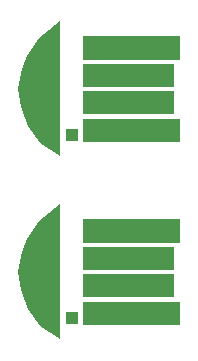
<source format=gbs>
G04 Layer: BottomSolderMaskLayer*
G04 EasyEDA v6.3.53, 2020-06-11T09:01:32+08:00*
G04 0ec445aeefb94f869c071092b8584159,2a3559ba94084103b258dd4c46581d95,10*
G04 Gerber Generator version 0.2*
G04 Scale: 100 percent, Rotated: No, Reflected: No *
G04 Dimensions in inches *
G04 leading zeros omitted , absolute positions ,2 integer and 4 decimal *
%FSLAX24Y24*%
%MOIN*%
G90*
G70D02*

%ADD28C,0.088000*%

%LPD*%
G54D28*
G01X788Y9300D02*
G01X788Y8100D01*
G01X788Y3200D02*
G01X788Y2000D01*
G36*
G01X1588Y7350D02*
G01X1988Y7350D01*
G01X1988Y6950D01*
G01X1588Y6950D01*
G01X1588Y7350D01*
G37*
G36*
G01X1588Y1250D02*
G01X1988Y1250D01*
G01X1988Y850D01*
G01X1588Y850D01*
G01X1588Y1250D01*
G37*

%LPD*%
G36*
G01X5388Y10450D02*
G01X2148Y10450D01*
G01X2148Y9669D01*
G01X5388Y9669D01*
G01X5388Y10450D01*
G37*

%LPD*%
G36*
G01X5388Y7690D02*
G01X2148Y7690D01*
G01X2148Y6909D01*
G01X5388Y6909D01*
G01X5388Y7690D01*
G37*

%LPD*%
G36*
G01X5188Y9530D02*
G01X2148Y9530D01*
G01X2148Y8750D01*
G01X5188Y8750D01*
G01X5188Y9530D01*
G37*

%LPD*%
G36*
G01X5188Y8619D02*
G01X2148Y8619D01*
G01X2148Y7840D01*
G01X5188Y7840D01*
G01X5188Y8619D01*
G37*

%LPD*%
G36*
G01X1388Y6450D02*
G01X1388Y10950D01*
G01X688Y10400D01*
G01X288Y9800D01*
G01X138Y9350D01*
G01X-11Y8700D01*
G01X88Y8100D01*
G01X338Y7450D01*
G01X738Y6900D01*
G01X1388Y6450D01*
G37*

%LPD*%
G36*
G01X1388Y350D02*
G01X1388Y4850D01*
G01X688Y4300D01*
G01X288Y3700D01*
G01X138Y3250D01*
G01X-11Y2600D01*
G01X88Y2000D01*
G01X338Y1350D01*
G01X738Y800D01*
G01X1388Y350D01*
G37*

%LPD*%
G36*
G01X5188Y2519D02*
G01X2148Y2519D01*
G01X2148Y1740D01*
G01X5188Y1740D01*
G01X5188Y2519D01*
G37*

%LPD*%
G36*
G01X5188Y3430D02*
G01X2148Y3430D01*
G01X2148Y2650D01*
G01X5188Y2650D01*
G01X5188Y3430D01*
G37*

%LPD*%
G36*
G01X5388Y1590D02*
G01X2148Y1590D01*
G01X2148Y809D01*
G01X5388Y809D01*
G01X5388Y1590D01*
G37*

%LPD*%
G36*
G01X5388Y4350D02*
G01X2148Y4350D01*
G01X2148Y3569D01*
G01X5388Y3569D01*
G01X5388Y4350D01*
G37*
M00*
M02*

</source>
